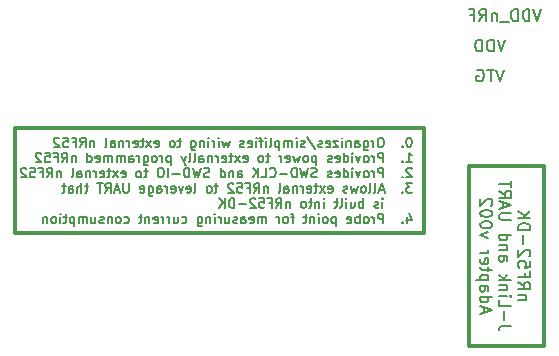
<source format=gbr>
%TF.GenerationSoftware,KiCad,Pcbnew,(6.0.4)*%
%TF.CreationDate,2022-07-05T11:48:25-05:00*%
%TF.ProjectId,nRF52_DK_programmer_shield_v002,6e524635-325f-4444-9b5f-70726f677261,rev?*%
%TF.SameCoordinates,Original*%
%TF.FileFunction,Legend,Bot*%
%TF.FilePolarity,Positive*%
%FSLAX46Y46*%
G04 Gerber Fmt 4.6, Leading zero omitted, Abs format (unit mm)*
G04 Created by KiCad (PCBNEW (6.0.4)) date 2022-07-05 11:48:25*
%MOMM*%
%LPD*%
G01*
G04 APERTURE LIST*
%ADD10C,0.300000*%
%ADD11C,0.150000*%
G04 APERTURE END LIST*
D10*
X123428800Y-62049600D02*
X158023600Y-62049600D01*
X158023600Y-62049600D02*
X158023600Y-70939600D01*
X158023600Y-70939600D02*
X123428800Y-70939600D01*
X123428800Y-70939600D02*
X123428800Y-62049600D01*
X161833600Y-80465000D02*
X168183600Y-80465000D01*
X168183600Y-80465000D02*
X168183600Y-65225000D01*
X168183600Y-65225000D02*
X161833600Y-65225000D01*
X161833600Y-65225000D02*
X161833600Y-80465000D01*
D11*
X156821242Y-62836904D02*
X156745052Y-62836904D01*
X156668861Y-62875000D01*
X156630766Y-62913095D01*
X156592671Y-62989285D01*
X156554576Y-63141666D01*
X156554576Y-63332142D01*
X156592671Y-63484523D01*
X156630766Y-63560714D01*
X156668861Y-63598809D01*
X156745052Y-63636904D01*
X156821242Y-63636904D01*
X156897433Y-63598809D01*
X156935528Y-63560714D01*
X156973623Y-63484523D01*
X157011719Y-63332142D01*
X157011719Y-63141666D01*
X156973623Y-62989285D01*
X156935528Y-62913095D01*
X156897433Y-62875000D01*
X156821242Y-62836904D01*
X156211719Y-63560714D02*
X156173623Y-63598809D01*
X156211719Y-63636904D01*
X156249814Y-63598809D01*
X156211719Y-63560714D01*
X156211719Y-63636904D01*
X154459338Y-62836904D02*
X154306957Y-62836904D01*
X154230766Y-62875000D01*
X154154576Y-62951190D01*
X154116480Y-63103571D01*
X154116480Y-63370238D01*
X154154576Y-63522619D01*
X154230766Y-63598809D01*
X154306957Y-63636904D01*
X154459338Y-63636904D01*
X154535528Y-63598809D01*
X154611719Y-63522619D01*
X154649814Y-63370238D01*
X154649814Y-63103571D01*
X154611719Y-62951190D01*
X154535528Y-62875000D01*
X154459338Y-62836904D01*
X153773623Y-63636904D02*
X153773623Y-63103571D01*
X153773623Y-63255952D02*
X153735528Y-63179761D01*
X153697433Y-63141666D01*
X153621242Y-63103571D01*
X153545052Y-63103571D01*
X152935528Y-63103571D02*
X152935528Y-63751190D01*
X152973623Y-63827380D01*
X153011719Y-63865476D01*
X153087909Y-63903571D01*
X153202195Y-63903571D01*
X153278385Y-63865476D01*
X152935528Y-63598809D02*
X153011719Y-63636904D01*
X153164100Y-63636904D01*
X153240290Y-63598809D01*
X153278385Y-63560714D01*
X153316480Y-63484523D01*
X153316480Y-63255952D01*
X153278385Y-63179761D01*
X153240290Y-63141666D01*
X153164100Y-63103571D01*
X153011719Y-63103571D01*
X152935528Y-63141666D01*
X152211719Y-63636904D02*
X152211719Y-63217857D01*
X152249814Y-63141666D01*
X152326004Y-63103571D01*
X152478385Y-63103571D01*
X152554576Y-63141666D01*
X152211719Y-63598809D02*
X152287909Y-63636904D01*
X152478385Y-63636904D01*
X152554576Y-63598809D01*
X152592671Y-63522619D01*
X152592671Y-63446428D01*
X152554576Y-63370238D01*
X152478385Y-63332142D01*
X152287909Y-63332142D01*
X152211719Y-63294047D01*
X151830766Y-63103571D02*
X151830766Y-63636904D01*
X151830766Y-63179761D02*
X151792671Y-63141666D01*
X151716480Y-63103571D01*
X151602195Y-63103571D01*
X151526004Y-63141666D01*
X151487909Y-63217857D01*
X151487909Y-63636904D01*
X151106957Y-63636904D02*
X151106957Y-63103571D01*
X151106957Y-62836904D02*
X151145052Y-62875000D01*
X151106957Y-62913095D01*
X151068861Y-62875000D01*
X151106957Y-62836904D01*
X151106957Y-62913095D01*
X150802195Y-63103571D02*
X150383147Y-63103571D01*
X150802195Y-63636904D01*
X150383147Y-63636904D01*
X149773623Y-63598809D02*
X149849814Y-63636904D01*
X150002195Y-63636904D01*
X150078385Y-63598809D01*
X150116480Y-63522619D01*
X150116480Y-63217857D01*
X150078385Y-63141666D01*
X150002195Y-63103571D01*
X149849814Y-63103571D01*
X149773623Y-63141666D01*
X149735528Y-63217857D01*
X149735528Y-63294047D01*
X150116480Y-63370238D01*
X149430766Y-63598809D02*
X149354576Y-63636904D01*
X149202195Y-63636904D01*
X149126004Y-63598809D01*
X149087909Y-63522619D01*
X149087909Y-63484523D01*
X149126004Y-63408333D01*
X149202195Y-63370238D01*
X149316480Y-63370238D01*
X149392671Y-63332142D01*
X149430766Y-63255952D01*
X149430766Y-63217857D01*
X149392671Y-63141666D01*
X149316480Y-63103571D01*
X149202195Y-63103571D01*
X149126004Y-63141666D01*
X148173623Y-62798809D02*
X148859338Y-63827380D01*
X147945052Y-63598809D02*
X147868861Y-63636904D01*
X147716480Y-63636904D01*
X147640290Y-63598809D01*
X147602195Y-63522619D01*
X147602195Y-63484523D01*
X147640290Y-63408333D01*
X147716480Y-63370238D01*
X147830766Y-63370238D01*
X147906957Y-63332142D01*
X147945052Y-63255952D01*
X147945052Y-63217857D01*
X147906957Y-63141666D01*
X147830766Y-63103571D01*
X147716480Y-63103571D01*
X147640290Y-63141666D01*
X147259338Y-63636904D02*
X147259338Y-63103571D01*
X147259338Y-62836904D02*
X147297433Y-62875000D01*
X147259338Y-62913095D01*
X147221242Y-62875000D01*
X147259338Y-62836904D01*
X147259338Y-62913095D01*
X146878385Y-63636904D02*
X146878385Y-63103571D01*
X146878385Y-63179761D02*
X146840290Y-63141666D01*
X146764100Y-63103571D01*
X146649814Y-63103571D01*
X146573623Y-63141666D01*
X146535528Y-63217857D01*
X146535528Y-63636904D01*
X146535528Y-63217857D02*
X146497433Y-63141666D01*
X146421242Y-63103571D01*
X146306957Y-63103571D01*
X146230766Y-63141666D01*
X146192671Y-63217857D01*
X146192671Y-63636904D01*
X145811719Y-63103571D02*
X145811719Y-63903571D01*
X145811719Y-63141666D02*
X145735528Y-63103571D01*
X145583147Y-63103571D01*
X145506957Y-63141666D01*
X145468861Y-63179761D01*
X145430766Y-63255952D01*
X145430766Y-63484523D01*
X145468861Y-63560714D01*
X145506957Y-63598809D01*
X145583147Y-63636904D01*
X145735528Y-63636904D01*
X145811719Y-63598809D01*
X144973623Y-63636904D02*
X145049814Y-63598809D01*
X145087909Y-63522619D01*
X145087909Y-62836904D01*
X144668861Y-63636904D02*
X144668861Y-63103571D01*
X144668861Y-62836904D02*
X144706957Y-62875000D01*
X144668861Y-62913095D01*
X144630766Y-62875000D01*
X144668861Y-62836904D01*
X144668861Y-62913095D01*
X144402195Y-63103571D02*
X144097433Y-63103571D01*
X144287909Y-63636904D02*
X144287909Y-62951190D01*
X144249814Y-62875000D01*
X144173623Y-62836904D01*
X144097433Y-62836904D01*
X143830766Y-63636904D02*
X143830766Y-63103571D01*
X143830766Y-62836904D02*
X143868861Y-62875000D01*
X143830766Y-62913095D01*
X143792671Y-62875000D01*
X143830766Y-62836904D01*
X143830766Y-62913095D01*
X143145052Y-63598809D02*
X143221242Y-63636904D01*
X143373623Y-63636904D01*
X143449814Y-63598809D01*
X143487909Y-63522619D01*
X143487909Y-63217857D01*
X143449814Y-63141666D01*
X143373623Y-63103571D01*
X143221242Y-63103571D01*
X143145052Y-63141666D01*
X143106957Y-63217857D01*
X143106957Y-63294047D01*
X143487909Y-63370238D01*
X142802195Y-63598809D02*
X142726004Y-63636904D01*
X142573623Y-63636904D01*
X142497433Y-63598809D01*
X142459338Y-63522619D01*
X142459338Y-63484523D01*
X142497433Y-63408333D01*
X142573623Y-63370238D01*
X142687909Y-63370238D01*
X142764100Y-63332142D01*
X142802195Y-63255952D01*
X142802195Y-63217857D01*
X142764100Y-63141666D01*
X142687909Y-63103571D01*
X142573623Y-63103571D01*
X142497433Y-63141666D01*
X141583147Y-63103571D02*
X141430766Y-63636904D01*
X141278385Y-63255952D01*
X141126004Y-63636904D01*
X140973623Y-63103571D01*
X140668861Y-63636904D02*
X140668861Y-63103571D01*
X140668861Y-62836904D02*
X140706957Y-62875000D01*
X140668861Y-62913095D01*
X140630766Y-62875000D01*
X140668861Y-62836904D01*
X140668861Y-62913095D01*
X140287909Y-63636904D02*
X140287909Y-63103571D01*
X140287909Y-63255952D02*
X140249814Y-63179761D01*
X140211719Y-63141666D01*
X140135528Y-63103571D01*
X140059338Y-63103571D01*
X139792671Y-63636904D02*
X139792671Y-63103571D01*
X139792671Y-62836904D02*
X139830766Y-62875000D01*
X139792671Y-62913095D01*
X139754576Y-62875000D01*
X139792671Y-62836904D01*
X139792671Y-62913095D01*
X139411719Y-63103571D02*
X139411719Y-63636904D01*
X139411719Y-63179761D02*
X139373623Y-63141666D01*
X139297433Y-63103571D01*
X139183147Y-63103571D01*
X139106957Y-63141666D01*
X139068861Y-63217857D01*
X139068861Y-63636904D01*
X138345052Y-63103571D02*
X138345052Y-63751190D01*
X138383147Y-63827380D01*
X138421242Y-63865476D01*
X138497433Y-63903571D01*
X138611719Y-63903571D01*
X138687909Y-63865476D01*
X138345052Y-63598809D02*
X138421242Y-63636904D01*
X138573623Y-63636904D01*
X138649814Y-63598809D01*
X138687909Y-63560714D01*
X138726004Y-63484523D01*
X138726004Y-63255952D01*
X138687909Y-63179761D01*
X138649814Y-63141666D01*
X138573623Y-63103571D01*
X138421242Y-63103571D01*
X138345052Y-63141666D01*
X137468861Y-63103571D02*
X137164100Y-63103571D01*
X137354576Y-62836904D02*
X137354576Y-63522619D01*
X137316480Y-63598809D01*
X137240290Y-63636904D01*
X137164100Y-63636904D01*
X136783147Y-63636904D02*
X136859338Y-63598809D01*
X136897433Y-63560714D01*
X136935528Y-63484523D01*
X136935528Y-63255952D01*
X136897433Y-63179761D01*
X136859338Y-63141666D01*
X136783147Y-63103571D01*
X136668861Y-63103571D01*
X136592671Y-63141666D01*
X136554576Y-63179761D01*
X136516480Y-63255952D01*
X136516480Y-63484523D01*
X136554576Y-63560714D01*
X136592671Y-63598809D01*
X136668861Y-63636904D01*
X136783147Y-63636904D01*
X135259338Y-63598809D02*
X135335528Y-63636904D01*
X135487909Y-63636904D01*
X135564100Y-63598809D01*
X135602195Y-63522619D01*
X135602195Y-63217857D01*
X135564100Y-63141666D01*
X135487909Y-63103571D01*
X135335528Y-63103571D01*
X135259338Y-63141666D01*
X135221242Y-63217857D01*
X135221242Y-63294047D01*
X135602195Y-63370238D01*
X134954576Y-63636904D02*
X134535528Y-63103571D01*
X134954576Y-63103571D02*
X134535528Y-63636904D01*
X134345052Y-63103571D02*
X134040290Y-63103571D01*
X134230766Y-62836904D02*
X134230766Y-63522619D01*
X134192671Y-63598809D01*
X134116480Y-63636904D01*
X134040290Y-63636904D01*
X133468861Y-63598809D02*
X133545052Y-63636904D01*
X133697433Y-63636904D01*
X133773623Y-63598809D01*
X133811719Y-63522619D01*
X133811719Y-63217857D01*
X133773623Y-63141666D01*
X133697433Y-63103571D01*
X133545052Y-63103571D01*
X133468861Y-63141666D01*
X133430766Y-63217857D01*
X133430766Y-63294047D01*
X133811719Y-63370238D01*
X133087909Y-63636904D02*
X133087909Y-63103571D01*
X133087909Y-63255952D02*
X133049814Y-63179761D01*
X133011719Y-63141666D01*
X132935528Y-63103571D01*
X132859338Y-63103571D01*
X132592671Y-63103571D02*
X132592671Y-63636904D01*
X132592671Y-63179761D02*
X132554576Y-63141666D01*
X132478385Y-63103571D01*
X132364100Y-63103571D01*
X132287909Y-63141666D01*
X132249814Y-63217857D01*
X132249814Y-63636904D01*
X131526004Y-63636904D02*
X131526004Y-63217857D01*
X131564100Y-63141666D01*
X131640290Y-63103571D01*
X131792671Y-63103571D01*
X131868861Y-63141666D01*
X131526004Y-63598809D02*
X131602195Y-63636904D01*
X131792671Y-63636904D01*
X131868861Y-63598809D01*
X131906957Y-63522619D01*
X131906957Y-63446428D01*
X131868861Y-63370238D01*
X131792671Y-63332142D01*
X131602195Y-63332142D01*
X131526004Y-63294047D01*
X131030766Y-63636904D02*
X131106957Y-63598809D01*
X131145052Y-63522619D01*
X131145052Y-62836904D01*
X130116480Y-63103571D02*
X130116480Y-63636904D01*
X130116480Y-63179761D02*
X130078385Y-63141666D01*
X130002195Y-63103571D01*
X129887909Y-63103571D01*
X129811719Y-63141666D01*
X129773623Y-63217857D01*
X129773623Y-63636904D01*
X128935528Y-63636904D02*
X129202195Y-63255952D01*
X129392671Y-63636904D02*
X129392671Y-62836904D01*
X129087909Y-62836904D01*
X129011719Y-62875000D01*
X128973623Y-62913095D01*
X128935528Y-62989285D01*
X128935528Y-63103571D01*
X128973623Y-63179761D01*
X129011719Y-63217857D01*
X129087909Y-63255952D01*
X129392671Y-63255952D01*
X128326004Y-63217857D02*
X128592671Y-63217857D01*
X128592671Y-63636904D02*
X128592671Y-62836904D01*
X128211719Y-62836904D01*
X127526004Y-62836904D02*
X127906957Y-62836904D01*
X127945052Y-63217857D01*
X127906957Y-63179761D01*
X127830766Y-63141666D01*
X127640290Y-63141666D01*
X127564100Y-63179761D01*
X127526004Y-63217857D01*
X127487909Y-63294047D01*
X127487909Y-63484523D01*
X127526004Y-63560714D01*
X127564100Y-63598809D01*
X127640290Y-63636904D01*
X127830766Y-63636904D01*
X127906957Y-63598809D01*
X127945052Y-63560714D01*
X127183147Y-62913095D02*
X127145052Y-62875000D01*
X127068861Y-62836904D01*
X126878385Y-62836904D01*
X126802195Y-62875000D01*
X126764100Y-62913095D01*
X126726004Y-62989285D01*
X126726004Y-63065476D01*
X126764100Y-63179761D01*
X127221242Y-63636904D01*
X126726004Y-63636904D01*
X156554576Y-64924904D02*
X157011719Y-64924904D01*
X156783147Y-64924904D02*
X156783147Y-64124904D01*
X156859338Y-64239190D01*
X156935528Y-64315380D01*
X157011719Y-64353476D01*
X156211719Y-64848714D02*
X156173623Y-64886809D01*
X156211719Y-64924904D01*
X156249814Y-64886809D01*
X156211719Y-64848714D01*
X156211719Y-64924904D01*
X154611719Y-64924904D02*
X154611719Y-64124904D01*
X154306957Y-64124904D01*
X154230766Y-64163000D01*
X154192671Y-64201095D01*
X154154576Y-64277285D01*
X154154576Y-64391571D01*
X154192671Y-64467761D01*
X154230766Y-64505857D01*
X154306957Y-64543952D01*
X154611719Y-64543952D01*
X153811719Y-64924904D02*
X153811719Y-64391571D01*
X153811719Y-64543952D02*
X153773623Y-64467761D01*
X153735528Y-64429666D01*
X153659338Y-64391571D01*
X153583147Y-64391571D01*
X153202195Y-64924904D02*
X153278385Y-64886809D01*
X153316480Y-64848714D01*
X153354576Y-64772523D01*
X153354576Y-64543952D01*
X153316480Y-64467761D01*
X153278385Y-64429666D01*
X153202195Y-64391571D01*
X153087909Y-64391571D01*
X153011719Y-64429666D01*
X152973623Y-64467761D01*
X152935528Y-64543952D01*
X152935528Y-64772523D01*
X152973623Y-64848714D01*
X153011719Y-64886809D01*
X153087909Y-64924904D01*
X153202195Y-64924904D01*
X152668861Y-64391571D02*
X152478385Y-64924904D01*
X152287909Y-64391571D01*
X151983147Y-64924904D02*
X151983147Y-64391571D01*
X151983147Y-64124904D02*
X152021242Y-64163000D01*
X151983147Y-64201095D01*
X151945052Y-64163000D01*
X151983147Y-64124904D01*
X151983147Y-64201095D01*
X151259338Y-64924904D02*
X151259338Y-64124904D01*
X151259338Y-64886809D02*
X151335528Y-64924904D01*
X151487909Y-64924904D01*
X151564100Y-64886809D01*
X151602195Y-64848714D01*
X151640290Y-64772523D01*
X151640290Y-64543952D01*
X151602195Y-64467761D01*
X151564100Y-64429666D01*
X151487909Y-64391571D01*
X151335528Y-64391571D01*
X151259338Y-64429666D01*
X150573623Y-64886809D02*
X150649814Y-64924904D01*
X150802195Y-64924904D01*
X150878385Y-64886809D01*
X150916480Y-64810619D01*
X150916480Y-64505857D01*
X150878385Y-64429666D01*
X150802195Y-64391571D01*
X150649814Y-64391571D01*
X150573623Y-64429666D01*
X150535528Y-64505857D01*
X150535528Y-64582047D01*
X150916480Y-64658238D01*
X150230766Y-64886809D02*
X150154576Y-64924904D01*
X150002195Y-64924904D01*
X149926004Y-64886809D01*
X149887909Y-64810619D01*
X149887909Y-64772523D01*
X149926004Y-64696333D01*
X150002195Y-64658238D01*
X150116480Y-64658238D01*
X150192671Y-64620142D01*
X150230766Y-64543952D01*
X150230766Y-64505857D01*
X150192671Y-64429666D01*
X150116480Y-64391571D01*
X150002195Y-64391571D01*
X149926004Y-64429666D01*
X148935528Y-64391571D02*
X148935528Y-65191571D01*
X148935528Y-64429666D02*
X148859338Y-64391571D01*
X148706957Y-64391571D01*
X148630766Y-64429666D01*
X148592671Y-64467761D01*
X148554576Y-64543952D01*
X148554576Y-64772523D01*
X148592671Y-64848714D01*
X148630766Y-64886809D01*
X148706957Y-64924904D01*
X148859338Y-64924904D01*
X148935528Y-64886809D01*
X148097433Y-64924904D02*
X148173623Y-64886809D01*
X148211719Y-64848714D01*
X148249814Y-64772523D01*
X148249814Y-64543952D01*
X148211719Y-64467761D01*
X148173623Y-64429666D01*
X148097433Y-64391571D01*
X147983147Y-64391571D01*
X147906957Y-64429666D01*
X147868861Y-64467761D01*
X147830766Y-64543952D01*
X147830766Y-64772523D01*
X147868861Y-64848714D01*
X147906957Y-64886809D01*
X147983147Y-64924904D01*
X148097433Y-64924904D01*
X147564100Y-64391571D02*
X147411719Y-64924904D01*
X147259338Y-64543952D01*
X147106957Y-64924904D01*
X146954576Y-64391571D01*
X146345052Y-64886809D02*
X146421242Y-64924904D01*
X146573623Y-64924904D01*
X146649814Y-64886809D01*
X146687909Y-64810619D01*
X146687909Y-64505857D01*
X146649814Y-64429666D01*
X146573623Y-64391571D01*
X146421242Y-64391571D01*
X146345052Y-64429666D01*
X146306957Y-64505857D01*
X146306957Y-64582047D01*
X146687909Y-64658238D01*
X145964100Y-64924904D02*
X145964100Y-64391571D01*
X145964100Y-64543952D02*
X145926004Y-64467761D01*
X145887909Y-64429666D01*
X145811719Y-64391571D01*
X145735528Y-64391571D01*
X144973623Y-64391571D02*
X144668861Y-64391571D01*
X144859338Y-64124904D02*
X144859338Y-64810619D01*
X144821242Y-64886809D01*
X144745052Y-64924904D01*
X144668861Y-64924904D01*
X144287909Y-64924904D02*
X144364100Y-64886809D01*
X144402195Y-64848714D01*
X144440290Y-64772523D01*
X144440290Y-64543952D01*
X144402195Y-64467761D01*
X144364100Y-64429666D01*
X144287909Y-64391571D01*
X144173623Y-64391571D01*
X144097433Y-64429666D01*
X144059338Y-64467761D01*
X144021242Y-64543952D01*
X144021242Y-64772523D01*
X144059338Y-64848714D01*
X144097433Y-64886809D01*
X144173623Y-64924904D01*
X144287909Y-64924904D01*
X142764100Y-64886809D02*
X142840290Y-64924904D01*
X142992671Y-64924904D01*
X143068861Y-64886809D01*
X143106957Y-64810619D01*
X143106957Y-64505857D01*
X143068861Y-64429666D01*
X142992671Y-64391571D01*
X142840290Y-64391571D01*
X142764100Y-64429666D01*
X142726004Y-64505857D01*
X142726004Y-64582047D01*
X143106957Y-64658238D01*
X142459338Y-64924904D02*
X142040290Y-64391571D01*
X142459338Y-64391571D02*
X142040290Y-64924904D01*
X141849814Y-64391571D02*
X141545052Y-64391571D01*
X141735528Y-64124904D02*
X141735528Y-64810619D01*
X141697433Y-64886809D01*
X141621242Y-64924904D01*
X141545052Y-64924904D01*
X140973623Y-64886809D02*
X141049814Y-64924904D01*
X141202195Y-64924904D01*
X141278385Y-64886809D01*
X141316480Y-64810619D01*
X141316480Y-64505857D01*
X141278385Y-64429666D01*
X141202195Y-64391571D01*
X141049814Y-64391571D01*
X140973623Y-64429666D01*
X140935528Y-64505857D01*
X140935528Y-64582047D01*
X141316480Y-64658238D01*
X140592671Y-64924904D02*
X140592671Y-64391571D01*
X140592671Y-64543952D02*
X140554576Y-64467761D01*
X140516480Y-64429666D01*
X140440290Y-64391571D01*
X140364100Y-64391571D01*
X140097433Y-64391571D02*
X140097433Y-64924904D01*
X140097433Y-64467761D02*
X140059338Y-64429666D01*
X139983147Y-64391571D01*
X139868861Y-64391571D01*
X139792671Y-64429666D01*
X139754576Y-64505857D01*
X139754576Y-64924904D01*
X139030766Y-64924904D02*
X139030766Y-64505857D01*
X139068861Y-64429666D01*
X139145052Y-64391571D01*
X139297433Y-64391571D01*
X139373623Y-64429666D01*
X139030766Y-64886809D02*
X139106957Y-64924904D01*
X139297433Y-64924904D01*
X139373623Y-64886809D01*
X139411719Y-64810619D01*
X139411719Y-64734428D01*
X139373623Y-64658238D01*
X139297433Y-64620142D01*
X139106957Y-64620142D01*
X139030766Y-64582047D01*
X138535528Y-64924904D02*
X138611719Y-64886809D01*
X138649814Y-64810619D01*
X138649814Y-64124904D01*
X138116480Y-64924904D02*
X138192671Y-64886809D01*
X138230766Y-64810619D01*
X138230766Y-64124904D01*
X137887909Y-64391571D02*
X137697433Y-64924904D01*
X137506957Y-64391571D02*
X137697433Y-64924904D01*
X137773623Y-65115380D01*
X137811719Y-65153476D01*
X137887909Y-65191571D01*
X136592671Y-64391571D02*
X136592671Y-65191571D01*
X136592671Y-64429666D02*
X136516480Y-64391571D01*
X136364100Y-64391571D01*
X136287909Y-64429666D01*
X136249814Y-64467761D01*
X136211719Y-64543952D01*
X136211719Y-64772523D01*
X136249814Y-64848714D01*
X136287909Y-64886809D01*
X136364100Y-64924904D01*
X136516480Y-64924904D01*
X136592671Y-64886809D01*
X135868861Y-64924904D02*
X135868861Y-64391571D01*
X135868861Y-64543952D02*
X135830766Y-64467761D01*
X135792671Y-64429666D01*
X135716480Y-64391571D01*
X135640290Y-64391571D01*
X135259338Y-64924904D02*
X135335528Y-64886809D01*
X135373623Y-64848714D01*
X135411719Y-64772523D01*
X135411719Y-64543952D01*
X135373623Y-64467761D01*
X135335528Y-64429666D01*
X135259338Y-64391571D01*
X135145052Y-64391571D01*
X135068861Y-64429666D01*
X135030766Y-64467761D01*
X134992671Y-64543952D01*
X134992671Y-64772523D01*
X135030766Y-64848714D01*
X135068861Y-64886809D01*
X135145052Y-64924904D01*
X135259338Y-64924904D01*
X134306957Y-64391571D02*
X134306957Y-65039190D01*
X134345052Y-65115380D01*
X134383147Y-65153476D01*
X134459338Y-65191571D01*
X134573623Y-65191571D01*
X134649814Y-65153476D01*
X134306957Y-64886809D02*
X134383147Y-64924904D01*
X134535528Y-64924904D01*
X134611719Y-64886809D01*
X134649814Y-64848714D01*
X134687909Y-64772523D01*
X134687909Y-64543952D01*
X134649814Y-64467761D01*
X134611719Y-64429666D01*
X134535528Y-64391571D01*
X134383147Y-64391571D01*
X134306957Y-64429666D01*
X133926004Y-64924904D02*
X133926004Y-64391571D01*
X133926004Y-64543952D02*
X133887909Y-64467761D01*
X133849814Y-64429666D01*
X133773623Y-64391571D01*
X133697433Y-64391571D01*
X133087909Y-64924904D02*
X133087909Y-64505857D01*
X133126004Y-64429666D01*
X133202195Y-64391571D01*
X133354576Y-64391571D01*
X133430766Y-64429666D01*
X133087909Y-64886809D02*
X133164099Y-64924904D01*
X133354576Y-64924904D01*
X133430766Y-64886809D01*
X133468861Y-64810619D01*
X133468861Y-64734428D01*
X133430766Y-64658238D01*
X133354576Y-64620142D01*
X133164099Y-64620142D01*
X133087909Y-64582047D01*
X132706957Y-64924904D02*
X132706957Y-64391571D01*
X132706957Y-64467761D02*
X132668861Y-64429666D01*
X132592671Y-64391571D01*
X132478385Y-64391571D01*
X132402195Y-64429666D01*
X132364099Y-64505857D01*
X132364099Y-64924904D01*
X132364099Y-64505857D02*
X132326004Y-64429666D01*
X132249814Y-64391571D01*
X132135528Y-64391571D01*
X132059338Y-64429666D01*
X132021242Y-64505857D01*
X132021242Y-64924904D01*
X131640290Y-64924904D02*
X131640290Y-64391571D01*
X131640290Y-64467761D02*
X131602195Y-64429666D01*
X131526004Y-64391571D01*
X131411719Y-64391571D01*
X131335528Y-64429666D01*
X131297433Y-64505857D01*
X131297433Y-64924904D01*
X131297433Y-64505857D02*
X131259338Y-64429666D01*
X131183147Y-64391571D01*
X131068861Y-64391571D01*
X130992671Y-64429666D01*
X130954576Y-64505857D01*
X130954576Y-64924904D01*
X130268861Y-64886809D02*
X130345052Y-64924904D01*
X130497433Y-64924904D01*
X130573623Y-64886809D01*
X130611719Y-64810619D01*
X130611719Y-64505857D01*
X130573623Y-64429666D01*
X130497433Y-64391571D01*
X130345052Y-64391571D01*
X130268861Y-64429666D01*
X130230766Y-64505857D01*
X130230766Y-64582047D01*
X130611719Y-64658238D01*
X129545052Y-64924904D02*
X129545052Y-64124904D01*
X129545052Y-64886809D02*
X129621242Y-64924904D01*
X129773623Y-64924904D01*
X129849814Y-64886809D01*
X129887909Y-64848714D01*
X129926004Y-64772523D01*
X129926004Y-64543952D01*
X129887909Y-64467761D01*
X129849814Y-64429666D01*
X129773623Y-64391571D01*
X129621242Y-64391571D01*
X129545052Y-64429666D01*
X128554576Y-64391571D02*
X128554576Y-64924904D01*
X128554576Y-64467761D02*
X128516480Y-64429666D01*
X128440290Y-64391571D01*
X128326004Y-64391571D01*
X128249814Y-64429666D01*
X128211719Y-64505857D01*
X128211719Y-64924904D01*
X127373623Y-64924904D02*
X127640290Y-64543952D01*
X127830766Y-64924904D02*
X127830766Y-64124904D01*
X127526004Y-64124904D01*
X127449814Y-64163000D01*
X127411719Y-64201095D01*
X127373623Y-64277285D01*
X127373623Y-64391571D01*
X127411719Y-64467761D01*
X127449814Y-64505857D01*
X127526004Y-64543952D01*
X127830766Y-64543952D01*
X126764099Y-64505857D02*
X127030766Y-64505857D01*
X127030766Y-64924904D02*
X127030766Y-64124904D01*
X126649814Y-64124904D01*
X125964099Y-64124904D02*
X126345052Y-64124904D01*
X126383147Y-64505857D01*
X126345052Y-64467761D01*
X126268861Y-64429666D01*
X126078385Y-64429666D01*
X126002195Y-64467761D01*
X125964099Y-64505857D01*
X125926004Y-64582047D01*
X125926004Y-64772523D01*
X125964099Y-64848714D01*
X126002195Y-64886809D01*
X126078385Y-64924904D01*
X126268861Y-64924904D01*
X126345052Y-64886809D01*
X126383147Y-64848714D01*
X125621242Y-64201095D02*
X125583147Y-64163000D01*
X125506957Y-64124904D01*
X125316480Y-64124904D01*
X125240290Y-64163000D01*
X125202195Y-64201095D01*
X125164099Y-64277285D01*
X125164099Y-64353476D01*
X125202195Y-64467761D01*
X125659338Y-64924904D01*
X125164099Y-64924904D01*
X157011719Y-65489095D02*
X156973623Y-65451000D01*
X156897433Y-65412904D01*
X156706957Y-65412904D01*
X156630766Y-65451000D01*
X156592671Y-65489095D01*
X156554576Y-65565285D01*
X156554576Y-65641476D01*
X156592671Y-65755761D01*
X157049814Y-66212904D01*
X156554576Y-66212904D01*
X156211719Y-66136714D02*
X156173623Y-66174809D01*
X156211719Y-66212904D01*
X156249814Y-66174809D01*
X156211719Y-66136714D01*
X156211719Y-66212904D01*
X154611719Y-66212904D02*
X154611719Y-65412904D01*
X154306957Y-65412904D01*
X154230766Y-65451000D01*
X154192671Y-65489095D01*
X154154576Y-65565285D01*
X154154576Y-65679571D01*
X154192671Y-65755761D01*
X154230766Y-65793857D01*
X154306957Y-65831952D01*
X154611719Y-65831952D01*
X153811719Y-66212904D02*
X153811719Y-65679571D01*
X153811719Y-65831952D02*
X153773623Y-65755761D01*
X153735528Y-65717666D01*
X153659338Y-65679571D01*
X153583147Y-65679571D01*
X153202195Y-66212904D02*
X153278385Y-66174809D01*
X153316480Y-66136714D01*
X153354576Y-66060523D01*
X153354576Y-65831952D01*
X153316480Y-65755761D01*
X153278385Y-65717666D01*
X153202195Y-65679571D01*
X153087909Y-65679571D01*
X153011719Y-65717666D01*
X152973623Y-65755761D01*
X152935528Y-65831952D01*
X152935528Y-66060523D01*
X152973623Y-66136714D01*
X153011719Y-66174809D01*
X153087909Y-66212904D01*
X153202195Y-66212904D01*
X152668861Y-65679571D02*
X152478385Y-66212904D01*
X152287909Y-65679571D01*
X151983147Y-66212904D02*
X151983147Y-65679571D01*
X151983147Y-65412904D02*
X152021242Y-65451000D01*
X151983147Y-65489095D01*
X151945052Y-65451000D01*
X151983147Y-65412904D01*
X151983147Y-65489095D01*
X151259338Y-66212904D02*
X151259338Y-65412904D01*
X151259338Y-66174809D02*
X151335528Y-66212904D01*
X151487909Y-66212904D01*
X151564100Y-66174809D01*
X151602195Y-66136714D01*
X151640290Y-66060523D01*
X151640290Y-65831952D01*
X151602195Y-65755761D01*
X151564100Y-65717666D01*
X151487909Y-65679571D01*
X151335528Y-65679571D01*
X151259338Y-65717666D01*
X150573623Y-66174809D02*
X150649814Y-66212904D01*
X150802195Y-66212904D01*
X150878385Y-66174809D01*
X150916480Y-66098619D01*
X150916480Y-65793857D01*
X150878385Y-65717666D01*
X150802195Y-65679571D01*
X150649814Y-65679571D01*
X150573623Y-65717666D01*
X150535528Y-65793857D01*
X150535528Y-65870047D01*
X150916480Y-65946238D01*
X150230766Y-66174809D02*
X150154576Y-66212904D01*
X150002195Y-66212904D01*
X149926004Y-66174809D01*
X149887909Y-66098619D01*
X149887909Y-66060523D01*
X149926004Y-65984333D01*
X150002195Y-65946238D01*
X150116480Y-65946238D01*
X150192671Y-65908142D01*
X150230766Y-65831952D01*
X150230766Y-65793857D01*
X150192671Y-65717666D01*
X150116480Y-65679571D01*
X150002195Y-65679571D01*
X149926004Y-65717666D01*
X148973623Y-66174809D02*
X148859338Y-66212904D01*
X148668861Y-66212904D01*
X148592671Y-66174809D01*
X148554576Y-66136714D01*
X148516480Y-66060523D01*
X148516480Y-65984333D01*
X148554576Y-65908142D01*
X148592671Y-65870047D01*
X148668861Y-65831952D01*
X148821242Y-65793857D01*
X148897433Y-65755761D01*
X148935528Y-65717666D01*
X148973623Y-65641476D01*
X148973623Y-65565285D01*
X148935528Y-65489095D01*
X148897433Y-65451000D01*
X148821242Y-65412904D01*
X148630766Y-65412904D01*
X148516480Y-65451000D01*
X148249814Y-65412904D02*
X148059338Y-66212904D01*
X147906957Y-65641476D01*
X147754576Y-66212904D01*
X147564100Y-65412904D01*
X147259338Y-66212904D02*
X147259338Y-65412904D01*
X147068861Y-65412904D01*
X146954576Y-65451000D01*
X146878385Y-65527190D01*
X146840290Y-65603380D01*
X146802195Y-65755761D01*
X146802195Y-65870047D01*
X146840290Y-66022428D01*
X146878385Y-66098619D01*
X146954576Y-66174809D01*
X147068861Y-66212904D01*
X147259338Y-66212904D01*
X146459338Y-65908142D02*
X145849814Y-65908142D01*
X145011719Y-66136714D02*
X145049814Y-66174809D01*
X145164100Y-66212904D01*
X145240290Y-66212904D01*
X145354576Y-66174809D01*
X145430766Y-66098619D01*
X145468861Y-66022428D01*
X145506957Y-65870047D01*
X145506957Y-65755761D01*
X145468861Y-65603380D01*
X145430766Y-65527190D01*
X145354576Y-65451000D01*
X145240290Y-65412904D01*
X145164100Y-65412904D01*
X145049814Y-65451000D01*
X145011719Y-65489095D01*
X144287909Y-66212904D02*
X144668861Y-66212904D01*
X144668861Y-65412904D01*
X144021242Y-66212904D02*
X144021242Y-65412904D01*
X143564100Y-66212904D02*
X143906957Y-65755761D01*
X143564100Y-65412904D02*
X144021242Y-65870047D01*
X142268861Y-66212904D02*
X142268861Y-65793857D01*
X142306957Y-65717666D01*
X142383147Y-65679571D01*
X142535528Y-65679571D01*
X142611719Y-65717666D01*
X142268861Y-66174809D02*
X142345052Y-66212904D01*
X142535528Y-66212904D01*
X142611719Y-66174809D01*
X142649814Y-66098619D01*
X142649814Y-66022428D01*
X142611719Y-65946238D01*
X142535528Y-65908142D01*
X142345052Y-65908142D01*
X142268861Y-65870047D01*
X141887909Y-65679571D02*
X141887909Y-66212904D01*
X141887909Y-65755761D02*
X141849814Y-65717666D01*
X141773623Y-65679571D01*
X141659338Y-65679571D01*
X141583147Y-65717666D01*
X141545052Y-65793857D01*
X141545052Y-66212904D01*
X140821242Y-66212904D02*
X140821242Y-65412904D01*
X140821242Y-66174809D02*
X140897433Y-66212904D01*
X141049814Y-66212904D01*
X141126004Y-66174809D01*
X141164100Y-66136714D01*
X141202195Y-66060523D01*
X141202195Y-65831952D01*
X141164100Y-65755761D01*
X141126004Y-65717666D01*
X141049814Y-65679571D01*
X140897433Y-65679571D01*
X140821242Y-65717666D01*
X139868861Y-66174809D02*
X139754576Y-66212904D01*
X139564100Y-66212904D01*
X139487909Y-66174809D01*
X139449814Y-66136714D01*
X139411719Y-66060523D01*
X139411719Y-65984333D01*
X139449814Y-65908142D01*
X139487909Y-65870047D01*
X139564100Y-65831952D01*
X139716480Y-65793857D01*
X139792671Y-65755761D01*
X139830766Y-65717666D01*
X139868861Y-65641476D01*
X139868861Y-65565285D01*
X139830766Y-65489095D01*
X139792671Y-65451000D01*
X139716480Y-65412904D01*
X139526004Y-65412904D01*
X139411719Y-65451000D01*
X139145052Y-65412904D02*
X138954576Y-66212904D01*
X138802195Y-65641476D01*
X138649814Y-66212904D01*
X138459338Y-65412904D01*
X138154576Y-66212904D02*
X138154576Y-65412904D01*
X137964100Y-65412904D01*
X137849814Y-65451000D01*
X137773623Y-65527190D01*
X137735528Y-65603380D01*
X137697433Y-65755761D01*
X137697433Y-65870047D01*
X137735528Y-66022428D01*
X137773623Y-66098619D01*
X137849814Y-66174809D01*
X137964100Y-66212904D01*
X138154576Y-66212904D01*
X137354576Y-65908142D02*
X136745052Y-65908142D01*
X136364100Y-66212904D02*
X136364100Y-65412904D01*
X135830766Y-65412904D02*
X135678385Y-65412904D01*
X135602195Y-65451000D01*
X135526004Y-65527190D01*
X135487909Y-65679571D01*
X135487909Y-65946238D01*
X135526004Y-66098619D01*
X135602195Y-66174809D01*
X135678385Y-66212904D01*
X135830766Y-66212904D01*
X135906957Y-66174809D01*
X135983147Y-66098619D01*
X136021242Y-65946238D01*
X136021242Y-65679571D01*
X135983147Y-65527190D01*
X135906957Y-65451000D01*
X135830766Y-65412904D01*
X134649814Y-65679571D02*
X134345052Y-65679571D01*
X134535528Y-65412904D02*
X134535528Y-66098619D01*
X134497433Y-66174809D01*
X134421242Y-66212904D01*
X134345052Y-66212904D01*
X133964100Y-66212904D02*
X134040290Y-66174809D01*
X134078385Y-66136714D01*
X134116480Y-66060523D01*
X134116480Y-65831952D01*
X134078385Y-65755761D01*
X134040290Y-65717666D01*
X133964100Y-65679571D01*
X133849814Y-65679571D01*
X133773623Y-65717666D01*
X133735528Y-65755761D01*
X133697433Y-65831952D01*
X133697433Y-66060523D01*
X133735528Y-66136714D01*
X133773623Y-66174809D01*
X133849814Y-66212904D01*
X133964100Y-66212904D01*
X132440290Y-66174809D02*
X132516480Y-66212904D01*
X132668861Y-66212904D01*
X132745052Y-66174809D01*
X132783147Y-66098619D01*
X132783147Y-65793857D01*
X132745052Y-65717666D01*
X132668861Y-65679571D01*
X132516480Y-65679571D01*
X132440290Y-65717666D01*
X132402195Y-65793857D01*
X132402195Y-65870047D01*
X132783147Y-65946238D01*
X132135528Y-66212904D02*
X131716480Y-65679571D01*
X132135528Y-65679571D02*
X131716480Y-66212904D01*
X131526004Y-65679571D02*
X131221242Y-65679571D01*
X131411719Y-65412904D02*
X131411719Y-66098619D01*
X131373623Y-66174809D01*
X131297433Y-66212904D01*
X131221242Y-66212904D01*
X130649814Y-66174809D02*
X130726004Y-66212904D01*
X130878385Y-66212904D01*
X130954576Y-66174809D01*
X130992671Y-66098619D01*
X130992671Y-65793857D01*
X130954576Y-65717666D01*
X130878385Y-65679571D01*
X130726004Y-65679571D01*
X130649814Y-65717666D01*
X130611719Y-65793857D01*
X130611719Y-65870047D01*
X130992671Y-65946238D01*
X130268861Y-66212904D02*
X130268861Y-65679571D01*
X130268861Y-65831952D02*
X130230766Y-65755761D01*
X130192671Y-65717666D01*
X130116480Y-65679571D01*
X130040290Y-65679571D01*
X129773623Y-65679571D02*
X129773623Y-66212904D01*
X129773623Y-65755761D02*
X129735528Y-65717666D01*
X129659338Y-65679571D01*
X129545052Y-65679571D01*
X129468861Y-65717666D01*
X129430766Y-65793857D01*
X129430766Y-66212904D01*
X128706957Y-66212904D02*
X128706957Y-65793857D01*
X128745052Y-65717666D01*
X128821242Y-65679571D01*
X128973623Y-65679571D01*
X129049814Y-65717666D01*
X128706957Y-66174809D02*
X128783147Y-66212904D01*
X128973623Y-66212904D01*
X129049814Y-66174809D01*
X129087909Y-66098619D01*
X129087909Y-66022428D01*
X129049814Y-65946238D01*
X128973623Y-65908142D01*
X128783147Y-65908142D01*
X128706957Y-65870047D01*
X128211719Y-66212904D02*
X128287909Y-66174809D01*
X128326004Y-66098619D01*
X128326004Y-65412904D01*
X127297433Y-65679571D02*
X127297433Y-66212904D01*
X127297433Y-65755761D02*
X127259338Y-65717666D01*
X127183147Y-65679571D01*
X127068861Y-65679571D01*
X126992671Y-65717666D01*
X126954576Y-65793857D01*
X126954576Y-66212904D01*
X126116480Y-66212904D02*
X126383147Y-65831952D01*
X126573623Y-66212904D02*
X126573623Y-65412904D01*
X126268861Y-65412904D01*
X126192671Y-65451000D01*
X126154576Y-65489095D01*
X126116480Y-65565285D01*
X126116480Y-65679571D01*
X126154576Y-65755761D01*
X126192671Y-65793857D01*
X126268861Y-65831952D01*
X126573623Y-65831952D01*
X125506957Y-65793857D02*
X125773623Y-65793857D01*
X125773623Y-66212904D02*
X125773623Y-65412904D01*
X125392671Y-65412904D01*
X124706957Y-65412904D02*
X125087909Y-65412904D01*
X125126004Y-65793857D01*
X125087909Y-65755761D01*
X125011719Y-65717666D01*
X124821242Y-65717666D01*
X124745052Y-65755761D01*
X124706957Y-65793857D01*
X124668861Y-65870047D01*
X124668861Y-66060523D01*
X124706957Y-66136714D01*
X124745052Y-66174809D01*
X124821242Y-66212904D01*
X125011719Y-66212904D01*
X125087909Y-66174809D01*
X125126004Y-66136714D01*
X124364100Y-65489095D02*
X124326004Y-65451000D01*
X124249814Y-65412904D01*
X124059338Y-65412904D01*
X123983147Y-65451000D01*
X123945052Y-65489095D01*
X123906957Y-65565285D01*
X123906957Y-65641476D01*
X123945052Y-65755761D01*
X124402195Y-66212904D01*
X123906957Y-66212904D01*
X157049814Y-66700904D02*
X156554576Y-66700904D01*
X156821242Y-67005666D01*
X156706957Y-67005666D01*
X156630766Y-67043761D01*
X156592671Y-67081857D01*
X156554576Y-67158047D01*
X156554576Y-67348523D01*
X156592671Y-67424714D01*
X156630766Y-67462809D01*
X156706957Y-67500904D01*
X156935528Y-67500904D01*
X157011719Y-67462809D01*
X157049814Y-67424714D01*
X156211719Y-67424714D02*
X156173623Y-67462809D01*
X156211719Y-67500904D01*
X156249814Y-67462809D01*
X156211719Y-67424714D01*
X156211719Y-67500904D01*
X154649814Y-67272333D02*
X154268861Y-67272333D01*
X154726004Y-67500904D02*
X154459338Y-66700904D01*
X154192671Y-67500904D01*
X153811719Y-67500904D02*
X153887909Y-67462809D01*
X153926004Y-67386619D01*
X153926004Y-66700904D01*
X153392671Y-67500904D02*
X153468861Y-67462809D01*
X153506957Y-67386619D01*
X153506957Y-66700904D01*
X152973623Y-67500904D02*
X153049814Y-67462809D01*
X153087909Y-67424714D01*
X153126004Y-67348523D01*
X153126004Y-67119952D01*
X153087909Y-67043761D01*
X153049814Y-67005666D01*
X152973623Y-66967571D01*
X152859338Y-66967571D01*
X152783147Y-67005666D01*
X152745052Y-67043761D01*
X152706957Y-67119952D01*
X152706957Y-67348523D01*
X152745052Y-67424714D01*
X152783147Y-67462809D01*
X152859338Y-67500904D01*
X152973623Y-67500904D01*
X152440290Y-66967571D02*
X152287909Y-67500904D01*
X152135528Y-67119952D01*
X151983147Y-67500904D01*
X151830766Y-66967571D01*
X151564100Y-67462809D02*
X151487909Y-67500904D01*
X151335528Y-67500904D01*
X151259338Y-67462809D01*
X151221242Y-67386619D01*
X151221242Y-67348523D01*
X151259338Y-67272333D01*
X151335528Y-67234238D01*
X151449814Y-67234238D01*
X151526004Y-67196142D01*
X151564100Y-67119952D01*
X151564100Y-67081857D01*
X151526004Y-67005666D01*
X151449814Y-66967571D01*
X151335528Y-66967571D01*
X151259338Y-67005666D01*
X149964100Y-67462809D02*
X150040290Y-67500904D01*
X150192671Y-67500904D01*
X150268861Y-67462809D01*
X150306957Y-67386619D01*
X150306957Y-67081857D01*
X150268861Y-67005666D01*
X150192671Y-66967571D01*
X150040290Y-66967571D01*
X149964100Y-67005666D01*
X149926004Y-67081857D01*
X149926004Y-67158047D01*
X150306957Y-67234238D01*
X149659338Y-67500904D02*
X149240290Y-66967571D01*
X149659338Y-66967571D02*
X149240290Y-67500904D01*
X149049814Y-66967571D02*
X148745052Y-66967571D01*
X148935528Y-66700904D02*
X148935528Y-67386619D01*
X148897433Y-67462809D01*
X148821242Y-67500904D01*
X148745052Y-67500904D01*
X148173623Y-67462809D02*
X148249814Y-67500904D01*
X148402195Y-67500904D01*
X148478385Y-67462809D01*
X148516480Y-67386619D01*
X148516480Y-67081857D01*
X148478385Y-67005666D01*
X148402195Y-66967571D01*
X148249814Y-66967571D01*
X148173623Y-67005666D01*
X148135528Y-67081857D01*
X148135528Y-67158047D01*
X148516480Y-67234238D01*
X147792671Y-67500904D02*
X147792671Y-66967571D01*
X147792671Y-67119952D02*
X147754576Y-67043761D01*
X147716480Y-67005666D01*
X147640290Y-66967571D01*
X147564100Y-66967571D01*
X147297433Y-66967571D02*
X147297433Y-67500904D01*
X147297433Y-67043761D02*
X147259338Y-67005666D01*
X147183147Y-66967571D01*
X147068861Y-66967571D01*
X146992671Y-67005666D01*
X146954576Y-67081857D01*
X146954576Y-67500904D01*
X146230766Y-67500904D02*
X146230766Y-67081857D01*
X146268861Y-67005666D01*
X146345052Y-66967571D01*
X146497433Y-66967571D01*
X146573623Y-67005666D01*
X146230766Y-67462809D02*
X146306957Y-67500904D01*
X146497433Y-67500904D01*
X146573623Y-67462809D01*
X146611719Y-67386619D01*
X146611719Y-67310428D01*
X146573623Y-67234238D01*
X146497433Y-67196142D01*
X146306957Y-67196142D01*
X146230766Y-67158047D01*
X145735528Y-67500904D02*
X145811719Y-67462809D01*
X145849814Y-67386619D01*
X145849814Y-66700904D01*
X144821242Y-66967571D02*
X144821242Y-67500904D01*
X144821242Y-67043761D02*
X144783147Y-67005666D01*
X144706957Y-66967571D01*
X144592671Y-66967571D01*
X144516480Y-67005666D01*
X144478385Y-67081857D01*
X144478385Y-67500904D01*
X143640290Y-67500904D02*
X143906957Y-67119952D01*
X144097433Y-67500904D02*
X144097433Y-66700904D01*
X143792671Y-66700904D01*
X143716480Y-66739000D01*
X143678385Y-66777095D01*
X143640290Y-66853285D01*
X143640290Y-66967571D01*
X143678385Y-67043761D01*
X143716480Y-67081857D01*
X143792671Y-67119952D01*
X144097433Y-67119952D01*
X143030766Y-67081857D02*
X143297433Y-67081857D01*
X143297433Y-67500904D02*
X143297433Y-66700904D01*
X142916480Y-66700904D01*
X142230766Y-66700904D02*
X142611719Y-66700904D01*
X142649814Y-67081857D01*
X142611719Y-67043761D01*
X142535528Y-67005666D01*
X142345052Y-67005666D01*
X142268861Y-67043761D01*
X142230766Y-67081857D01*
X142192671Y-67158047D01*
X142192671Y-67348523D01*
X142230766Y-67424714D01*
X142268861Y-67462809D01*
X142345052Y-67500904D01*
X142535528Y-67500904D01*
X142611719Y-67462809D01*
X142649814Y-67424714D01*
X141887909Y-66777095D02*
X141849814Y-66739000D01*
X141773623Y-66700904D01*
X141583147Y-66700904D01*
X141506957Y-66739000D01*
X141468861Y-66777095D01*
X141430766Y-66853285D01*
X141430766Y-66929476D01*
X141468861Y-67043761D01*
X141926004Y-67500904D01*
X141430766Y-67500904D01*
X140592671Y-66967571D02*
X140287909Y-66967571D01*
X140478385Y-66700904D02*
X140478385Y-67386619D01*
X140440290Y-67462809D01*
X140364100Y-67500904D01*
X140287909Y-67500904D01*
X139906957Y-67500904D02*
X139983147Y-67462809D01*
X140021242Y-67424714D01*
X140059338Y-67348523D01*
X140059338Y-67119952D01*
X140021242Y-67043761D01*
X139983147Y-67005666D01*
X139906957Y-66967571D01*
X139792671Y-66967571D01*
X139716480Y-67005666D01*
X139678385Y-67043761D01*
X139640290Y-67119952D01*
X139640290Y-67348523D01*
X139678385Y-67424714D01*
X139716480Y-67462809D01*
X139792671Y-67500904D01*
X139906957Y-67500904D01*
X138573623Y-67500904D02*
X138649814Y-67462809D01*
X138687909Y-67386619D01*
X138687909Y-66700904D01*
X137964100Y-67462809D02*
X138040290Y-67500904D01*
X138192671Y-67500904D01*
X138268861Y-67462809D01*
X138306957Y-67386619D01*
X138306957Y-67081857D01*
X138268861Y-67005666D01*
X138192671Y-66967571D01*
X138040290Y-66967571D01*
X137964100Y-67005666D01*
X137926004Y-67081857D01*
X137926004Y-67158047D01*
X138306957Y-67234238D01*
X137659338Y-66967571D02*
X137468861Y-67500904D01*
X137278385Y-66967571D01*
X136668861Y-67462809D02*
X136745052Y-67500904D01*
X136897433Y-67500904D01*
X136973623Y-67462809D01*
X137011719Y-67386619D01*
X137011719Y-67081857D01*
X136973623Y-67005666D01*
X136897433Y-66967571D01*
X136745052Y-66967571D01*
X136668861Y-67005666D01*
X136630766Y-67081857D01*
X136630766Y-67158047D01*
X137011719Y-67234238D01*
X136287909Y-67500904D02*
X136287909Y-66967571D01*
X136287909Y-67119952D02*
X136249814Y-67043761D01*
X136211719Y-67005666D01*
X136135528Y-66967571D01*
X136059338Y-66967571D01*
X135449814Y-67500904D02*
X135449814Y-67081857D01*
X135487909Y-67005666D01*
X135564100Y-66967571D01*
X135716480Y-66967571D01*
X135792671Y-67005666D01*
X135449814Y-67462809D02*
X135526004Y-67500904D01*
X135716480Y-67500904D01*
X135792671Y-67462809D01*
X135830766Y-67386619D01*
X135830766Y-67310428D01*
X135792671Y-67234238D01*
X135716480Y-67196142D01*
X135526004Y-67196142D01*
X135449814Y-67158047D01*
X134726004Y-66967571D02*
X134726004Y-67615190D01*
X134764100Y-67691380D01*
X134802195Y-67729476D01*
X134878385Y-67767571D01*
X134992671Y-67767571D01*
X135068861Y-67729476D01*
X134726004Y-67462809D02*
X134802195Y-67500904D01*
X134954576Y-67500904D01*
X135030766Y-67462809D01*
X135068861Y-67424714D01*
X135106957Y-67348523D01*
X135106957Y-67119952D01*
X135068861Y-67043761D01*
X135030766Y-67005666D01*
X134954576Y-66967571D01*
X134802195Y-66967571D01*
X134726004Y-67005666D01*
X134040290Y-67462809D02*
X134116480Y-67500904D01*
X134268861Y-67500904D01*
X134345052Y-67462809D01*
X134383147Y-67386619D01*
X134383147Y-67081857D01*
X134345052Y-67005666D01*
X134268861Y-66967571D01*
X134116480Y-66967571D01*
X134040290Y-67005666D01*
X134002195Y-67081857D01*
X134002195Y-67158047D01*
X134383147Y-67234238D01*
X133049814Y-66700904D02*
X133049814Y-67348523D01*
X133011719Y-67424714D01*
X132973623Y-67462809D01*
X132897433Y-67500904D01*
X132745052Y-67500904D01*
X132668861Y-67462809D01*
X132630766Y-67424714D01*
X132592671Y-67348523D01*
X132592671Y-66700904D01*
X132249814Y-67272333D02*
X131868861Y-67272333D01*
X132326004Y-67500904D02*
X132059338Y-66700904D01*
X131792671Y-67500904D01*
X131068861Y-67500904D02*
X131335528Y-67119952D01*
X131526004Y-67500904D02*
X131526004Y-66700904D01*
X131221242Y-66700904D01*
X131145052Y-66739000D01*
X131106957Y-66777095D01*
X131068861Y-66853285D01*
X131068861Y-66967571D01*
X131106957Y-67043761D01*
X131145052Y-67081857D01*
X131221242Y-67119952D01*
X131526004Y-67119952D01*
X130840290Y-66700904D02*
X130383147Y-66700904D01*
X130611719Y-67500904D02*
X130611719Y-66700904D01*
X129621242Y-66967571D02*
X129316480Y-66967571D01*
X129506957Y-66700904D02*
X129506957Y-67386619D01*
X129468861Y-67462809D01*
X129392671Y-67500904D01*
X129316480Y-67500904D01*
X129049814Y-67500904D02*
X129049814Y-66700904D01*
X128706957Y-67500904D02*
X128706957Y-67081857D01*
X128745052Y-67005666D01*
X128821242Y-66967571D01*
X128935528Y-66967571D01*
X129011719Y-67005666D01*
X129049814Y-67043761D01*
X127983147Y-67500904D02*
X127983147Y-67081857D01*
X128021242Y-67005666D01*
X128097433Y-66967571D01*
X128249814Y-66967571D01*
X128326004Y-67005666D01*
X127983147Y-67462809D02*
X128059338Y-67500904D01*
X128249814Y-67500904D01*
X128326004Y-67462809D01*
X128364100Y-67386619D01*
X128364100Y-67310428D01*
X128326004Y-67234238D01*
X128249814Y-67196142D01*
X128059338Y-67196142D01*
X127983147Y-67158047D01*
X127716480Y-66967571D02*
X127411719Y-66967571D01*
X127602195Y-66700904D02*
X127602195Y-67386619D01*
X127564100Y-67462809D01*
X127487909Y-67500904D01*
X127411719Y-67500904D01*
X154535528Y-68788904D02*
X154535528Y-68255571D01*
X154535528Y-67988904D02*
X154573623Y-68027000D01*
X154535528Y-68065095D01*
X154497433Y-68027000D01*
X154535528Y-67988904D01*
X154535528Y-68065095D01*
X154192671Y-68750809D02*
X154116480Y-68788904D01*
X153964100Y-68788904D01*
X153887909Y-68750809D01*
X153849814Y-68674619D01*
X153849814Y-68636523D01*
X153887909Y-68560333D01*
X153964100Y-68522238D01*
X154078385Y-68522238D01*
X154154576Y-68484142D01*
X154192671Y-68407952D01*
X154192671Y-68369857D01*
X154154576Y-68293666D01*
X154078385Y-68255571D01*
X153964100Y-68255571D01*
X153887909Y-68293666D01*
X152897433Y-68788904D02*
X152897433Y-67988904D01*
X152897433Y-68293666D02*
X152821242Y-68255571D01*
X152668861Y-68255571D01*
X152592671Y-68293666D01*
X152554576Y-68331761D01*
X152516480Y-68407952D01*
X152516480Y-68636523D01*
X152554576Y-68712714D01*
X152592671Y-68750809D01*
X152668861Y-68788904D01*
X152821242Y-68788904D01*
X152897433Y-68750809D01*
X151830766Y-68255571D02*
X151830766Y-68788904D01*
X152173623Y-68255571D02*
X152173623Y-68674619D01*
X152135528Y-68750809D01*
X152059338Y-68788904D01*
X151945052Y-68788904D01*
X151868861Y-68750809D01*
X151830766Y-68712714D01*
X151449814Y-68788904D02*
X151449814Y-68255571D01*
X151449814Y-67988904D02*
X151487909Y-68027000D01*
X151449814Y-68065095D01*
X151411719Y-68027000D01*
X151449814Y-67988904D01*
X151449814Y-68065095D01*
X150954576Y-68788904D02*
X151030766Y-68750809D01*
X151068861Y-68674619D01*
X151068861Y-67988904D01*
X150764100Y-68255571D02*
X150459338Y-68255571D01*
X150649814Y-67988904D02*
X150649814Y-68674619D01*
X150611719Y-68750809D01*
X150535528Y-68788904D01*
X150459338Y-68788904D01*
X149583147Y-68788904D02*
X149583147Y-68255571D01*
X149583147Y-67988904D02*
X149621242Y-68027000D01*
X149583147Y-68065095D01*
X149545052Y-68027000D01*
X149583147Y-67988904D01*
X149583147Y-68065095D01*
X149202195Y-68255571D02*
X149202195Y-68788904D01*
X149202195Y-68331761D02*
X149164100Y-68293666D01*
X149087909Y-68255571D01*
X148973623Y-68255571D01*
X148897433Y-68293666D01*
X148859338Y-68369857D01*
X148859338Y-68788904D01*
X148592671Y-68255571D02*
X148287909Y-68255571D01*
X148478385Y-67988904D02*
X148478385Y-68674619D01*
X148440290Y-68750809D01*
X148364100Y-68788904D01*
X148287909Y-68788904D01*
X147906957Y-68788904D02*
X147983147Y-68750809D01*
X148021242Y-68712714D01*
X148059338Y-68636523D01*
X148059338Y-68407952D01*
X148021242Y-68331761D01*
X147983147Y-68293666D01*
X147906957Y-68255571D01*
X147792671Y-68255571D01*
X147716480Y-68293666D01*
X147678385Y-68331761D01*
X147640290Y-68407952D01*
X147640290Y-68636523D01*
X147678385Y-68712714D01*
X147716480Y-68750809D01*
X147792671Y-68788904D01*
X147906957Y-68788904D01*
X146687909Y-68255571D02*
X146687909Y-68788904D01*
X146687909Y-68331761D02*
X146649814Y-68293666D01*
X146573623Y-68255571D01*
X146459338Y-68255571D01*
X146383147Y-68293666D01*
X146345052Y-68369857D01*
X146345052Y-68788904D01*
X145506957Y-68788904D02*
X145773623Y-68407952D01*
X145964100Y-68788904D02*
X145964100Y-67988904D01*
X145659338Y-67988904D01*
X145583147Y-68027000D01*
X145545052Y-68065095D01*
X145506957Y-68141285D01*
X145506957Y-68255571D01*
X145545052Y-68331761D01*
X145583147Y-68369857D01*
X145659338Y-68407952D01*
X145964100Y-68407952D01*
X144897433Y-68369857D02*
X145164100Y-68369857D01*
X145164100Y-68788904D02*
X145164100Y-67988904D01*
X144783147Y-67988904D01*
X144097433Y-67988904D02*
X144478385Y-67988904D01*
X144516480Y-68369857D01*
X144478385Y-68331761D01*
X144402195Y-68293666D01*
X144211719Y-68293666D01*
X144135528Y-68331761D01*
X144097433Y-68369857D01*
X144059338Y-68446047D01*
X144059338Y-68636523D01*
X144097433Y-68712714D01*
X144135528Y-68750809D01*
X144211719Y-68788904D01*
X144402195Y-68788904D01*
X144478385Y-68750809D01*
X144516480Y-68712714D01*
X143754576Y-68065095D02*
X143716480Y-68027000D01*
X143640290Y-67988904D01*
X143449814Y-67988904D01*
X143373623Y-68027000D01*
X143335528Y-68065095D01*
X143297433Y-68141285D01*
X143297433Y-68217476D01*
X143335528Y-68331761D01*
X143792671Y-68788904D01*
X143297433Y-68788904D01*
X142954576Y-68484142D02*
X142345052Y-68484142D01*
X141964100Y-68788904D02*
X141964100Y-67988904D01*
X141773623Y-67988904D01*
X141659338Y-68027000D01*
X141583147Y-68103190D01*
X141545052Y-68179380D01*
X141506957Y-68331761D01*
X141506957Y-68446047D01*
X141545052Y-68598428D01*
X141583147Y-68674619D01*
X141659338Y-68750809D01*
X141773623Y-68788904D01*
X141964100Y-68788904D01*
X141164100Y-68788904D02*
X141164100Y-67988904D01*
X140706957Y-68788904D02*
X141049814Y-68331761D01*
X140706957Y-67988904D02*
X141164100Y-68446047D01*
X156630766Y-69543571D02*
X156630766Y-70076904D01*
X156821242Y-69238809D02*
X157011719Y-69810238D01*
X156516480Y-69810238D01*
X156211719Y-70000714D02*
X156173623Y-70038809D01*
X156211719Y-70076904D01*
X156249814Y-70038809D01*
X156211719Y-70000714D01*
X156211719Y-70076904D01*
X154611719Y-70076904D02*
X154611719Y-69276904D01*
X154306957Y-69276904D01*
X154230766Y-69315000D01*
X154192671Y-69353095D01*
X154154576Y-69429285D01*
X154154576Y-69543571D01*
X154192671Y-69619761D01*
X154230766Y-69657857D01*
X154306957Y-69695952D01*
X154611719Y-69695952D01*
X153811719Y-70076904D02*
X153811719Y-69543571D01*
X153811719Y-69695952D02*
X153773623Y-69619761D01*
X153735528Y-69581666D01*
X153659338Y-69543571D01*
X153583147Y-69543571D01*
X153202195Y-70076904D02*
X153278385Y-70038809D01*
X153316480Y-70000714D01*
X153354576Y-69924523D01*
X153354576Y-69695952D01*
X153316480Y-69619761D01*
X153278385Y-69581666D01*
X153202195Y-69543571D01*
X153087909Y-69543571D01*
X153011719Y-69581666D01*
X152973623Y-69619761D01*
X152935528Y-69695952D01*
X152935528Y-69924523D01*
X152973623Y-70000714D01*
X153011719Y-70038809D01*
X153087909Y-70076904D01*
X153202195Y-70076904D01*
X152592671Y-70076904D02*
X152592671Y-69276904D01*
X152592671Y-69581666D02*
X152516480Y-69543571D01*
X152364100Y-69543571D01*
X152287909Y-69581666D01*
X152249814Y-69619761D01*
X152211719Y-69695952D01*
X152211719Y-69924523D01*
X152249814Y-70000714D01*
X152287909Y-70038809D01*
X152364100Y-70076904D01*
X152516480Y-70076904D01*
X152592671Y-70038809D01*
X151564100Y-70038809D02*
X151640290Y-70076904D01*
X151792671Y-70076904D01*
X151868861Y-70038809D01*
X151906957Y-69962619D01*
X151906957Y-69657857D01*
X151868861Y-69581666D01*
X151792671Y-69543571D01*
X151640290Y-69543571D01*
X151564100Y-69581666D01*
X151526004Y-69657857D01*
X151526004Y-69734047D01*
X151906957Y-69810238D01*
X150573623Y-69543571D02*
X150573623Y-70343571D01*
X150573623Y-69581666D02*
X150497433Y-69543571D01*
X150345052Y-69543571D01*
X150268861Y-69581666D01*
X150230766Y-69619761D01*
X150192671Y-69695952D01*
X150192671Y-69924523D01*
X150230766Y-70000714D01*
X150268861Y-70038809D01*
X150345052Y-70076904D01*
X150497433Y-70076904D01*
X150573623Y-70038809D01*
X149735528Y-70076904D02*
X149811719Y-70038809D01*
X149849814Y-70000714D01*
X149887909Y-69924523D01*
X149887909Y-69695952D01*
X149849814Y-69619761D01*
X149811719Y-69581666D01*
X149735528Y-69543571D01*
X149621242Y-69543571D01*
X149545052Y-69581666D01*
X149506957Y-69619761D01*
X149468861Y-69695952D01*
X149468861Y-69924523D01*
X149506957Y-70000714D01*
X149545052Y-70038809D01*
X149621242Y-70076904D01*
X149735528Y-70076904D01*
X149126004Y-70076904D02*
X149126004Y-69543571D01*
X149126004Y-69276904D02*
X149164100Y-69315000D01*
X149126004Y-69353095D01*
X149087909Y-69315000D01*
X149126004Y-69276904D01*
X149126004Y-69353095D01*
X148745052Y-69543571D02*
X148745052Y-70076904D01*
X148745052Y-69619761D02*
X148706957Y-69581666D01*
X148630766Y-69543571D01*
X148516480Y-69543571D01*
X148440290Y-69581666D01*
X148402195Y-69657857D01*
X148402195Y-70076904D01*
X148135528Y-69543571D02*
X147830766Y-69543571D01*
X148021242Y-69276904D02*
X148021242Y-69962619D01*
X147983147Y-70038809D01*
X147906957Y-70076904D01*
X147830766Y-70076904D01*
X147068861Y-69543571D02*
X146764100Y-69543571D01*
X146954576Y-70076904D02*
X146954576Y-69391190D01*
X146916480Y-69315000D01*
X146840290Y-69276904D01*
X146764100Y-69276904D01*
X146383147Y-70076904D02*
X146459338Y-70038809D01*
X146497433Y-70000714D01*
X146535528Y-69924523D01*
X146535528Y-69695952D01*
X146497433Y-69619761D01*
X146459338Y-69581666D01*
X146383147Y-69543571D01*
X146268861Y-69543571D01*
X146192671Y-69581666D01*
X146154576Y-69619761D01*
X146116480Y-69695952D01*
X146116480Y-69924523D01*
X146154576Y-70000714D01*
X146192671Y-70038809D01*
X146268861Y-70076904D01*
X146383147Y-70076904D01*
X145773623Y-70076904D02*
X145773623Y-69543571D01*
X145773623Y-69695952D02*
X145735528Y-69619761D01*
X145697433Y-69581666D01*
X145621242Y-69543571D01*
X145545052Y-69543571D01*
X144668861Y-70076904D02*
X144668861Y-69543571D01*
X144668861Y-69619761D02*
X144630766Y-69581666D01*
X144554576Y-69543571D01*
X144440290Y-69543571D01*
X144364100Y-69581666D01*
X144326004Y-69657857D01*
X144326004Y-70076904D01*
X144326004Y-69657857D02*
X144287909Y-69581666D01*
X144211719Y-69543571D01*
X144097433Y-69543571D01*
X144021242Y-69581666D01*
X143983147Y-69657857D01*
X143983147Y-70076904D01*
X143297433Y-70038809D02*
X143373623Y-70076904D01*
X143526004Y-70076904D01*
X143602195Y-70038809D01*
X143640290Y-69962619D01*
X143640290Y-69657857D01*
X143602195Y-69581666D01*
X143526004Y-69543571D01*
X143373623Y-69543571D01*
X143297433Y-69581666D01*
X143259338Y-69657857D01*
X143259338Y-69734047D01*
X143640290Y-69810238D01*
X142573623Y-70076904D02*
X142573623Y-69657857D01*
X142611719Y-69581666D01*
X142687909Y-69543571D01*
X142840290Y-69543571D01*
X142916480Y-69581666D01*
X142573623Y-70038809D02*
X142649814Y-70076904D01*
X142840290Y-70076904D01*
X142916480Y-70038809D01*
X142954576Y-69962619D01*
X142954576Y-69886428D01*
X142916480Y-69810238D01*
X142840290Y-69772142D01*
X142649814Y-69772142D01*
X142573623Y-69734047D01*
X142230766Y-70038809D02*
X142154576Y-70076904D01*
X142002195Y-70076904D01*
X141926004Y-70038809D01*
X141887909Y-69962619D01*
X141887909Y-69924523D01*
X141926004Y-69848333D01*
X142002195Y-69810238D01*
X142116480Y-69810238D01*
X142192671Y-69772142D01*
X142230766Y-69695952D01*
X142230766Y-69657857D01*
X142192671Y-69581666D01*
X142116480Y-69543571D01*
X142002195Y-69543571D01*
X141926004Y-69581666D01*
X141202195Y-69543571D02*
X141202195Y-70076904D01*
X141545052Y-69543571D02*
X141545052Y-69962619D01*
X141506957Y-70038809D01*
X141430766Y-70076904D01*
X141316480Y-70076904D01*
X141240290Y-70038809D01*
X141202195Y-70000714D01*
X140821242Y-70076904D02*
X140821242Y-69543571D01*
X140821242Y-69695952D02*
X140783147Y-69619761D01*
X140745052Y-69581666D01*
X140668861Y-69543571D01*
X140592671Y-69543571D01*
X140326004Y-70076904D02*
X140326004Y-69543571D01*
X140326004Y-69276904D02*
X140364100Y-69315000D01*
X140326004Y-69353095D01*
X140287909Y-69315000D01*
X140326004Y-69276904D01*
X140326004Y-69353095D01*
X139945052Y-69543571D02*
X139945052Y-70076904D01*
X139945052Y-69619761D02*
X139906957Y-69581666D01*
X139830766Y-69543571D01*
X139716480Y-69543571D01*
X139640290Y-69581666D01*
X139602195Y-69657857D01*
X139602195Y-70076904D01*
X138878385Y-69543571D02*
X138878385Y-70191190D01*
X138916480Y-70267380D01*
X138954576Y-70305476D01*
X139030766Y-70343571D01*
X139145052Y-70343571D01*
X139221242Y-70305476D01*
X138878385Y-70038809D02*
X138954576Y-70076904D01*
X139106957Y-70076904D01*
X139183147Y-70038809D01*
X139221242Y-70000714D01*
X139259338Y-69924523D01*
X139259338Y-69695952D01*
X139221242Y-69619761D01*
X139183147Y-69581666D01*
X139106957Y-69543571D01*
X138954576Y-69543571D01*
X138878385Y-69581666D01*
X137545052Y-70038809D02*
X137621242Y-70076904D01*
X137773623Y-70076904D01*
X137849814Y-70038809D01*
X137887909Y-70000714D01*
X137926004Y-69924523D01*
X137926004Y-69695952D01*
X137887909Y-69619761D01*
X137849814Y-69581666D01*
X137773623Y-69543571D01*
X137621242Y-69543571D01*
X137545052Y-69581666D01*
X136859338Y-69543571D02*
X136859338Y-70076904D01*
X137202195Y-69543571D02*
X137202195Y-69962619D01*
X137164100Y-70038809D01*
X137087909Y-70076904D01*
X136973623Y-70076904D01*
X136897433Y-70038809D01*
X136859338Y-70000714D01*
X136478385Y-70076904D02*
X136478385Y-69543571D01*
X136478385Y-69695952D02*
X136440290Y-69619761D01*
X136402195Y-69581666D01*
X136326004Y-69543571D01*
X136249814Y-69543571D01*
X135983147Y-70076904D02*
X135983147Y-69543571D01*
X135983147Y-69695952D02*
X135945052Y-69619761D01*
X135906957Y-69581666D01*
X135830766Y-69543571D01*
X135754576Y-69543571D01*
X135183147Y-70038809D02*
X135259338Y-70076904D01*
X135411719Y-70076904D01*
X135487909Y-70038809D01*
X135526004Y-69962619D01*
X135526004Y-69657857D01*
X135487909Y-69581666D01*
X135411719Y-69543571D01*
X135259338Y-69543571D01*
X135183147Y-69581666D01*
X135145052Y-69657857D01*
X135145052Y-69734047D01*
X135526004Y-69810238D01*
X134802195Y-69543571D02*
X134802195Y-70076904D01*
X134802195Y-69619761D02*
X134764100Y-69581666D01*
X134687909Y-69543571D01*
X134573623Y-69543571D01*
X134497433Y-69581666D01*
X134459338Y-69657857D01*
X134459338Y-70076904D01*
X134192671Y-69543571D02*
X133887909Y-69543571D01*
X134078385Y-69276904D02*
X134078385Y-69962619D01*
X134040290Y-70038809D01*
X133964100Y-70076904D01*
X133887909Y-70076904D01*
X132668861Y-70038809D02*
X132745052Y-70076904D01*
X132897433Y-70076904D01*
X132973623Y-70038809D01*
X133011719Y-70000714D01*
X133049814Y-69924523D01*
X133049814Y-69695952D01*
X133011719Y-69619761D01*
X132973623Y-69581666D01*
X132897433Y-69543571D01*
X132745052Y-69543571D01*
X132668861Y-69581666D01*
X132211719Y-70076904D02*
X132287909Y-70038809D01*
X132326004Y-70000714D01*
X132364100Y-69924523D01*
X132364100Y-69695952D01*
X132326004Y-69619761D01*
X132287909Y-69581666D01*
X132211719Y-69543571D01*
X132097433Y-69543571D01*
X132021242Y-69581666D01*
X131983147Y-69619761D01*
X131945052Y-69695952D01*
X131945052Y-69924523D01*
X131983147Y-70000714D01*
X132021242Y-70038809D01*
X132097433Y-70076904D01*
X132211719Y-70076904D01*
X131602195Y-69543571D02*
X131602195Y-70076904D01*
X131602195Y-69619761D02*
X131564100Y-69581666D01*
X131487909Y-69543571D01*
X131373623Y-69543571D01*
X131297433Y-69581666D01*
X131259338Y-69657857D01*
X131259338Y-70076904D01*
X130916480Y-70038809D02*
X130840290Y-70076904D01*
X130687909Y-70076904D01*
X130611719Y-70038809D01*
X130573623Y-69962619D01*
X130573623Y-69924523D01*
X130611719Y-69848333D01*
X130687909Y-69810238D01*
X130802195Y-69810238D01*
X130878385Y-69772142D01*
X130916480Y-69695952D01*
X130916480Y-69657857D01*
X130878385Y-69581666D01*
X130802195Y-69543571D01*
X130687909Y-69543571D01*
X130611719Y-69581666D01*
X129887909Y-69543571D02*
X129887909Y-70076904D01*
X130230766Y-69543571D02*
X130230766Y-69962619D01*
X130192671Y-70038809D01*
X130116480Y-70076904D01*
X130002195Y-70076904D01*
X129926004Y-70038809D01*
X129887909Y-70000714D01*
X129506957Y-70076904D02*
X129506957Y-69543571D01*
X129506957Y-69619761D02*
X129468861Y-69581666D01*
X129392671Y-69543571D01*
X129278385Y-69543571D01*
X129202195Y-69581666D01*
X129164100Y-69657857D01*
X129164100Y-70076904D01*
X129164100Y-69657857D02*
X129126004Y-69581666D01*
X129049814Y-69543571D01*
X128935528Y-69543571D01*
X128859338Y-69581666D01*
X128821242Y-69657857D01*
X128821242Y-70076904D01*
X128440290Y-69543571D02*
X128440290Y-70343571D01*
X128440290Y-69581666D02*
X128364100Y-69543571D01*
X128211719Y-69543571D01*
X128135528Y-69581666D01*
X128097433Y-69619761D01*
X128059338Y-69695952D01*
X128059338Y-69924523D01*
X128097433Y-70000714D01*
X128135528Y-70038809D01*
X128211719Y-70076904D01*
X128364100Y-70076904D01*
X128440290Y-70038809D01*
X127830766Y-69543571D02*
X127526004Y-69543571D01*
X127716480Y-69276904D02*
X127716480Y-69962619D01*
X127678385Y-70038809D01*
X127602195Y-70076904D01*
X127526004Y-70076904D01*
X127259338Y-70076904D02*
X127259338Y-69543571D01*
X127259338Y-69276904D02*
X127297433Y-69315000D01*
X127259338Y-69353095D01*
X127221242Y-69315000D01*
X127259338Y-69276904D01*
X127259338Y-69353095D01*
X126764100Y-70076904D02*
X126840290Y-70038809D01*
X126878385Y-70000714D01*
X126916480Y-69924523D01*
X126916480Y-69695952D01*
X126878385Y-69619761D01*
X126840290Y-69581666D01*
X126764100Y-69543571D01*
X126649814Y-69543571D01*
X126573623Y-69581666D01*
X126535528Y-69619761D01*
X126497433Y-69695952D01*
X126497433Y-69924523D01*
X126535528Y-70000714D01*
X126573623Y-70038809D01*
X126649814Y-70076904D01*
X126764100Y-70076904D01*
X126154576Y-69543571D02*
X126154576Y-70076904D01*
X126154576Y-69619761D02*
X126116480Y-69581666D01*
X126040290Y-69543571D01*
X125926004Y-69543571D01*
X125849814Y-69581666D01*
X125811719Y-69657857D01*
X125811719Y-70076904D01*
X166705885Y-76559285D02*
X166039219Y-76559285D01*
X166610647Y-76559285D02*
X166658266Y-76511666D01*
X166705885Y-76416428D01*
X166705885Y-76273571D01*
X166658266Y-76178333D01*
X166563028Y-76130714D01*
X166039219Y-76130714D01*
X166039219Y-75083095D02*
X166515409Y-75416428D01*
X166039219Y-75654523D02*
X167039219Y-75654523D01*
X167039219Y-75273571D01*
X166991600Y-75178333D01*
X166943980Y-75130714D01*
X166848742Y-75083095D01*
X166705885Y-75083095D01*
X166610647Y-75130714D01*
X166563028Y-75178333D01*
X166515409Y-75273571D01*
X166515409Y-75654523D01*
X166563028Y-74321190D02*
X166563028Y-74654523D01*
X166039219Y-74654523D02*
X167039219Y-74654523D01*
X167039219Y-74178333D01*
X167039219Y-73321190D02*
X167039219Y-73797380D01*
X166563028Y-73845000D01*
X166610647Y-73797380D01*
X166658266Y-73702142D01*
X166658266Y-73464047D01*
X166610647Y-73368809D01*
X166563028Y-73321190D01*
X166467790Y-73273571D01*
X166229695Y-73273571D01*
X166134457Y-73321190D01*
X166086838Y-73368809D01*
X166039219Y-73464047D01*
X166039219Y-73702142D01*
X166086838Y-73797380D01*
X166134457Y-73845000D01*
X166943980Y-72892619D02*
X166991600Y-72845000D01*
X167039219Y-72749761D01*
X167039219Y-72511666D01*
X166991600Y-72416428D01*
X166943980Y-72368809D01*
X166848742Y-72321190D01*
X166753504Y-72321190D01*
X166610647Y-72368809D01*
X166039219Y-72940238D01*
X166039219Y-72321190D01*
X166420171Y-71892619D02*
X166420171Y-71130714D01*
X166039219Y-70654523D02*
X167039219Y-70654523D01*
X167039219Y-70416428D01*
X166991600Y-70273571D01*
X166896361Y-70178333D01*
X166801123Y-70130714D01*
X166610647Y-70083095D01*
X166467790Y-70083095D01*
X166277314Y-70130714D01*
X166182076Y-70178333D01*
X166086838Y-70273571D01*
X166039219Y-70416428D01*
X166039219Y-70654523D01*
X166039219Y-69654523D02*
X167039219Y-69654523D01*
X166039219Y-69083095D02*
X166610647Y-69511666D01*
X167039219Y-69083095D02*
X166467790Y-69654523D01*
X165429219Y-78773571D02*
X164714933Y-78773571D01*
X164572076Y-78821190D01*
X164476838Y-78916428D01*
X164429219Y-79059285D01*
X164429219Y-79154523D01*
X164810171Y-78297380D02*
X164810171Y-77535476D01*
X164429219Y-76583095D02*
X164429219Y-77059285D01*
X165429219Y-77059285D01*
X164429219Y-76249761D02*
X165095885Y-76249761D01*
X165429219Y-76249761D02*
X165381600Y-76297380D01*
X165333980Y-76249761D01*
X165381600Y-76202142D01*
X165429219Y-76249761D01*
X165333980Y-76249761D01*
X165095885Y-75773571D02*
X164429219Y-75773571D01*
X165000647Y-75773571D02*
X165048266Y-75725952D01*
X165095885Y-75630714D01*
X165095885Y-75487857D01*
X165048266Y-75392619D01*
X164953028Y-75345000D01*
X164429219Y-75345000D01*
X164429219Y-74868809D02*
X165429219Y-74868809D01*
X164810171Y-74773571D02*
X164429219Y-74487857D01*
X165095885Y-74487857D02*
X164714933Y-74868809D01*
X164429219Y-72868809D02*
X164953028Y-72868809D01*
X165048266Y-72916428D01*
X165095885Y-73011666D01*
X165095885Y-73202142D01*
X165048266Y-73297380D01*
X164476838Y-72868809D02*
X164429219Y-72964047D01*
X164429219Y-73202142D01*
X164476838Y-73297380D01*
X164572076Y-73345000D01*
X164667314Y-73345000D01*
X164762552Y-73297380D01*
X164810171Y-73202142D01*
X164810171Y-72964047D01*
X164857790Y-72868809D01*
X165095885Y-72392619D02*
X164429219Y-72392619D01*
X165000647Y-72392619D02*
X165048266Y-72345000D01*
X165095885Y-72249761D01*
X165095885Y-72106904D01*
X165048266Y-72011666D01*
X164953028Y-71964047D01*
X164429219Y-71964047D01*
X164429219Y-71059285D02*
X165429219Y-71059285D01*
X164476838Y-71059285D02*
X164429219Y-71154523D01*
X164429219Y-71345000D01*
X164476838Y-71440238D01*
X164524457Y-71487857D01*
X164619695Y-71535476D01*
X164905409Y-71535476D01*
X165000647Y-71487857D01*
X165048266Y-71440238D01*
X165095885Y-71345000D01*
X165095885Y-71154523D01*
X165048266Y-71059285D01*
X165429219Y-69821190D02*
X164619695Y-69821190D01*
X164524457Y-69773571D01*
X164476838Y-69725952D01*
X164429219Y-69630714D01*
X164429219Y-69440238D01*
X164476838Y-69345000D01*
X164524457Y-69297380D01*
X164619695Y-69249761D01*
X165429219Y-69249761D01*
X164714933Y-68821190D02*
X164714933Y-68345000D01*
X164429219Y-68916428D02*
X165429219Y-68583095D01*
X164429219Y-68249761D01*
X164429219Y-67345000D02*
X164905409Y-67678333D01*
X164429219Y-67916428D02*
X165429219Y-67916428D01*
X165429219Y-67535476D01*
X165381600Y-67440238D01*
X165333980Y-67392619D01*
X165238742Y-67345000D01*
X165095885Y-67345000D01*
X165000647Y-67392619D01*
X164953028Y-67440238D01*
X164905409Y-67535476D01*
X164905409Y-67916428D01*
X165429219Y-67059285D02*
X165429219Y-66487857D01*
X164429219Y-66773571D02*
X165429219Y-66773571D01*
X163104933Y-77654523D02*
X163104933Y-77178333D01*
X162819219Y-77749761D02*
X163819219Y-77416428D01*
X162819219Y-77083095D01*
X162819219Y-76321190D02*
X163819219Y-76321190D01*
X162866838Y-76321190D02*
X162819219Y-76416428D01*
X162819219Y-76606904D01*
X162866838Y-76702142D01*
X162914457Y-76749761D01*
X163009695Y-76797380D01*
X163295409Y-76797380D01*
X163390647Y-76749761D01*
X163438266Y-76702142D01*
X163485885Y-76606904D01*
X163485885Y-76416428D01*
X163438266Y-76321190D01*
X162819219Y-75416428D02*
X163343028Y-75416428D01*
X163438266Y-75464047D01*
X163485885Y-75559285D01*
X163485885Y-75749761D01*
X163438266Y-75845000D01*
X162866838Y-75416428D02*
X162819219Y-75511666D01*
X162819219Y-75749761D01*
X162866838Y-75845000D01*
X162962076Y-75892619D01*
X163057314Y-75892619D01*
X163152552Y-75845000D01*
X163200171Y-75749761D01*
X163200171Y-75511666D01*
X163247790Y-75416428D01*
X163485885Y-74940238D02*
X162485885Y-74940238D01*
X163438266Y-74940238D02*
X163485885Y-74845000D01*
X163485885Y-74654523D01*
X163438266Y-74559285D01*
X163390647Y-74511666D01*
X163295409Y-74464047D01*
X163009695Y-74464047D01*
X162914457Y-74511666D01*
X162866838Y-74559285D01*
X162819219Y-74654523D01*
X162819219Y-74845000D01*
X162866838Y-74940238D01*
X163485885Y-74178333D02*
X163485885Y-73797380D01*
X163819219Y-74035476D02*
X162962076Y-74035476D01*
X162866838Y-73987857D01*
X162819219Y-73892619D01*
X162819219Y-73797380D01*
X162866838Y-73083095D02*
X162819219Y-73178333D01*
X162819219Y-73368809D01*
X162866838Y-73464047D01*
X162962076Y-73511666D01*
X163343028Y-73511666D01*
X163438266Y-73464047D01*
X163485885Y-73368809D01*
X163485885Y-73178333D01*
X163438266Y-73083095D01*
X163343028Y-73035476D01*
X163247790Y-73035476D01*
X163152552Y-73511666D01*
X162819219Y-72606904D02*
X163485885Y-72606904D01*
X163295409Y-72606904D02*
X163390647Y-72559285D01*
X163438266Y-72511666D01*
X163485885Y-72416428D01*
X163485885Y-72321190D01*
X163485885Y-71321190D02*
X162819219Y-71083095D01*
X163485885Y-70845000D01*
X163819219Y-70273571D02*
X163819219Y-70178333D01*
X163771600Y-70083095D01*
X163723980Y-70035476D01*
X163628742Y-69987857D01*
X163438266Y-69940238D01*
X163200171Y-69940238D01*
X163009695Y-69987857D01*
X162914457Y-70035476D01*
X162866838Y-70083095D01*
X162819219Y-70178333D01*
X162819219Y-70273571D01*
X162866838Y-70368809D01*
X162914457Y-70416428D01*
X163009695Y-70464047D01*
X163200171Y-70511666D01*
X163438266Y-70511666D01*
X163628742Y-70464047D01*
X163723980Y-70416428D01*
X163771600Y-70368809D01*
X163819219Y-70273571D01*
X163819219Y-69321190D02*
X163819219Y-69225952D01*
X163771600Y-69130714D01*
X163723980Y-69083095D01*
X163628742Y-69035476D01*
X163438266Y-68987857D01*
X163200171Y-68987857D01*
X163009695Y-69035476D01*
X162914457Y-69083095D01*
X162866838Y-69130714D01*
X162819219Y-69225952D01*
X162819219Y-69321190D01*
X162866838Y-69416428D01*
X162914457Y-69464047D01*
X163009695Y-69511666D01*
X163200171Y-69559285D01*
X163438266Y-69559285D01*
X163628742Y-69511666D01*
X163723980Y-69464047D01*
X163771600Y-69416428D01*
X163819219Y-69321190D01*
X163723980Y-68606904D02*
X163771600Y-68559285D01*
X163819219Y-68464047D01*
X163819219Y-68225952D01*
X163771600Y-68130714D01*
X163723980Y-68083095D01*
X163628742Y-68035476D01*
X163533504Y-68035476D01*
X163390647Y-68083095D01*
X162819219Y-68654523D01*
X162819219Y-68035476D01*
X164944933Y-54542380D02*
X164611600Y-55542380D01*
X164278266Y-54542380D01*
X163944933Y-55542380D02*
X163944933Y-54542380D01*
X163706838Y-54542380D01*
X163563980Y-54590000D01*
X163468742Y-54685238D01*
X163421123Y-54780476D01*
X163373504Y-54970952D01*
X163373504Y-55113809D01*
X163421123Y-55304285D01*
X163468742Y-55399523D01*
X163563980Y-55494761D01*
X163706838Y-55542380D01*
X163944933Y-55542380D01*
X162944933Y-55542380D02*
X162944933Y-54542380D01*
X162706838Y-54542380D01*
X162563980Y-54590000D01*
X162468742Y-54685238D01*
X162421123Y-54780476D01*
X162373504Y-54970952D01*
X162373504Y-55113809D01*
X162421123Y-55304285D01*
X162468742Y-55399523D01*
X162563980Y-55494761D01*
X162706838Y-55542380D01*
X162944933Y-55542380D01*
X164825885Y-57082380D02*
X164492552Y-58082380D01*
X164159219Y-57082380D01*
X163968742Y-57082380D02*
X163397314Y-57082380D01*
X163683028Y-58082380D02*
X163683028Y-57082380D01*
X162540171Y-57130000D02*
X162635409Y-57082380D01*
X162778266Y-57082380D01*
X162921123Y-57130000D01*
X163016361Y-57225238D01*
X163063980Y-57320476D01*
X163111600Y-57510952D01*
X163111600Y-57653809D01*
X163063980Y-57844285D01*
X163016361Y-57939523D01*
X162921123Y-58034761D01*
X162778266Y-58082380D01*
X162683028Y-58082380D01*
X162540171Y-58034761D01*
X162492552Y-57987142D01*
X162492552Y-57653809D01*
X162683028Y-57653809D01*
X167976838Y-51977380D02*
X167643504Y-52977380D01*
X167310171Y-51977380D01*
X166976838Y-52977380D02*
X166976838Y-51977380D01*
X166738742Y-51977380D01*
X166595885Y-52025000D01*
X166500647Y-52120238D01*
X166453028Y-52215476D01*
X166405409Y-52405952D01*
X166405409Y-52548809D01*
X166453028Y-52739285D01*
X166500647Y-52834523D01*
X166595885Y-52929761D01*
X166738742Y-52977380D01*
X166976838Y-52977380D01*
X165976838Y-52977380D02*
X165976838Y-51977380D01*
X165738742Y-51977380D01*
X165595885Y-52025000D01*
X165500647Y-52120238D01*
X165453028Y-52215476D01*
X165405409Y-52405952D01*
X165405409Y-52548809D01*
X165453028Y-52739285D01*
X165500647Y-52834523D01*
X165595885Y-52929761D01*
X165738742Y-52977380D01*
X165976838Y-52977380D01*
X165214933Y-53072619D02*
X164453028Y-53072619D01*
X164214933Y-52310714D02*
X164214933Y-52977380D01*
X164214933Y-52405952D02*
X164167314Y-52358333D01*
X164072076Y-52310714D01*
X163929219Y-52310714D01*
X163833980Y-52358333D01*
X163786361Y-52453571D01*
X163786361Y-52977380D01*
X162738742Y-52977380D02*
X163072076Y-52501190D01*
X163310171Y-52977380D02*
X163310171Y-51977380D01*
X162929219Y-51977380D01*
X162833980Y-52025000D01*
X162786361Y-52072619D01*
X162738742Y-52167857D01*
X162738742Y-52310714D01*
X162786361Y-52405952D01*
X162833980Y-52453571D01*
X162929219Y-52501190D01*
X163310171Y-52501190D01*
X161976838Y-52453571D02*
X162310171Y-52453571D01*
X162310171Y-52977380D02*
X162310171Y-51977380D01*
X161833980Y-51977380D01*
M02*

</source>
